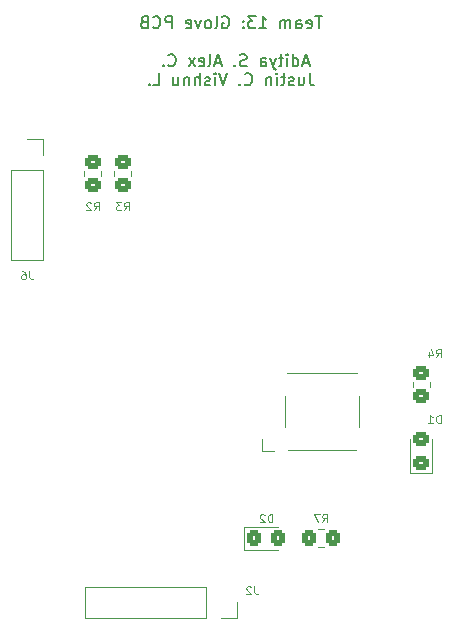
<source format=gbo>
G04 #@! TF.GenerationSoftware,KiCad,Pcbnew,7.0.10*
G04 #@! TF.CreationDate,2024-03-08T11:33:54-05:00*
G04 #@! TF.ProjectId,swipe-stack-glove,73776970-652d-4737-9461-636b2d676c6f,1*
G04 #@! TF.SameCoordinates,Original*
G04 #@! TF.FileFunction,Legend,Bot*
G04 #@! TF.FilePolarity,Positive*
%FSLAX46Y46*%
G04 Gerber Fmt 4.6, Leading zero omitted, Abs format (unit mm)*
G04 Created by KiCad (PCBNEW 7.0.10) date 2024-03-08 11:33:54*
%MOMM*%
%LPD*%
G01*
G04 APERTURE LIST*
G04 Aperture macros list*
%AMRoundRect*
0 Rectangle with rounded corners*
0 $1 Rounding radius*
0 $2 $3 $4 $5 $6 $7 $8 $9 X,Y pos of 4 corners*
0 Add a 4 corners polygon primitive as box body*
4,1,4,$2,$3,$4,$5,$6,$7,$8,$9,$2,$3,0*
0 Add four circle primitives for the rounded corners*
1,1,$1+$1,$2,$3*
1,1,$1+$1,$4,$5*
1,1,$1+$1,$6,$7*
1,1,$1+$1,$8,$9*
0 Add four rect primitives between the rounded corners*
20,1,$1+$1,$2,$3,$4,$5,0*
20,1,$1+$1,$4,$5,$6,$7,0*
20,1,$1+$1,$6,$7,$8,$9,0*
20,1,$1+$1,$8,$9,$2,$3,0*%
G04 Aperture macros list end*
%ADD10C,0.200000*%
%ADD11C,0.100000*%
%ADD12C,0.120000*%
%ADD13R,1.700000X1.700000*%
%ADD14C,2.500000*%
%ADD15O,1.700000X1.700000*%
%ADD16RoundRect,0.250000X-0.325000X-0.450000X0.325000X-0.450000X0.325000X0.450000X-0.325000X0.450000X0*%
%ADD17R,1.600000X1.400000*%
%ADD18RoundRect,0.250000X0.450000X-0.350000X0.450000X0.350000X-0.450000X0.350000X-0.450000X-0.350000X0*%
%ADD19RoundRect,0.250000X-0.450000X0.350000X-0.450000X-0.350000X0.450000X-0.350000X0.450000X0.350000X0*%
%ADD20RoundRect,0.250000X0.450000X-0.325000X0.450000X0.325000X-0.450000X0.325000X-0.450000X-0.325000X0*%
%ADD21RoundRect,0.250000X0.350000X0.450000X-0.350000X0.450000X-0.350000X-0.450000X0.350000X-0.450000X0*%
%ADD22C,0.800000*%
G04 APERTURE END LIST*
D10*
X160380476Y-74307219D02*
X159809048Y-74307219D01*
X160094762Y-75307219D02*
X160094762Y-74307219D01*
X159094762Y-75259600D02*
X159190000Y-75307219D01*
X159190000Y-75307219D02*
X159380476Y-75307219D01*
X159380476Y-75307219D02*
X159475714Y-75259600D01*
X159475714Y-75259600D02*
X159523333Y-75164361D01*
X159523333Y-75164361D02*
X159523333Y-74783409D01*
X159523333Y-74783409D02*
X159475714Y-74688171D01*
X159475714Y-74688171D02*
X159380476Y-74640552D01*
X159380476Y-74640552D02*
X159190000Y-74640552D01*
X159190000Y-74640552D02*
X159094762Y-74688171D01*
X159094762Y-74688171D02*
X159047143Y-74783409D01*
X159047143Y-74783409D02*
X159047143Y-74878647D01*
X159047143Y-74878647D02*
X159523333Y-74973885D01*
X158190000Y-75307219D02*
X158190000Y-74783409D01*
X158190000Y-74783409D02*
X158237619Y-74688171D01*
X158237619Y-74688171D02*
X158332857Y-74640552D01*
X158332857Y-74640552D02*
X158523333Y-74640552D01*
X158523333Y-74640552D02*
X158618571Y-74688171D01*
X158190000Y-75259600D02*
X158285238Y-75307219D01*
X158285238Y-75307219D02*
X158523333Y-75307219D01*
X158523333Y-75307219D02*
X158618571Y-75259600D01*
X158618571Y-75259600D02*
X158666190Y-75164361D01*
X158666190Y-75164361D02*
X158666190Y-75069123D01*
X158666190Y-75069123D02*
X158618571Y-74973885D01*
X158618571Y-74973885D02*
X158523333Y-74926266D01*
X158523333Y-74926266D02*
X158285238Y-74926266D01*
X158285238Y-74926266D02*
X158190000Y-74878647D01*
X157713809Y-75307219D02*
X157713809Y-74640552D01*
X157713809Y-74735790D02*
X157666190Y-74688171D01*
X157666190Y-74688171D02*
X157570952Y-74640552D01*
X157570952Y-74640552D02*
X157428095Y-74640552D01*
X157428095Y-74640552D02*
X157332857Y-74688171D01*
X157332857Y-74688171D02*
X157285238Y-74783409D01*
X157285238Y-74783409D02*
X157285238Y-75307219D01*
X157285238Y-74783409D02*
X157237619Y-74688171D01*
X157237619Y-74688171D02*
X157142381Y-74640552D01*
X157142381Y-74640552D02*
X156999524Y-74640552D01*
X156999524Y-74640552D02*
X156904285Y-74688171D01*
X156904285Y-74688171D02*
X156856666Y-74783409D01*
X156856666Y-74783409D02*
X156856666Y-75307219D01*
X155094762Y-75307219D02*
X155666190Y-75307219D01*
X155380476Y-75307219D02*
X155380476Y-74307219D01*
X155380476Y-74307219D02*
X155475714Y-74450076D01*
X155475714Y-74450076D02*
X155570952Y-74545314D01*
X155570952Y-74545314D02*
X155666190Y-74592933D01*
X154761428Y-74307219D02*
X154142381Y-74307219D01*
X154142381Y-74307219D02*
X154475714Y-74688171D01*
X154475714Y-74688171D02*
X154332857Y-74688171D01*
X154332857Y-74688171D02*
X154237619Y-74735790D01*
X154237619Y-74735790D02*
X154190000Y-74783409D01*
X154190000Y-74783409D02*
X154142381Y-74878647D01*
X154142381Y-74878647D02*
X154142381Y-75116742D01*
X154142381Y-75116742D02*
X154190000Y-75211980D01*
X154190000Y-75211980D02*
X154237619Y-75259600D01*
X154237619Y-75259600D02*
X154332857Y-75307219D01*
X154332857Y-75307219D02*
X154618571Y-75307219D01*
X154618571Y-75307219D02*
X154713809Y-75259600D01*
X154713809Y-75259600D02*
X154761428Y-75211980D01*
X153713809Y-75211980D02*
X153666190Y-75259600D01*
X153666190Y-75259600D02*
X153713809Y-75307219D01*
X153713809Y-75307219D02*
X153761428Y-75259600D01*
X153761428Y-75259600D02*
X153713809Y-75211980D01*
X153713809Y-75211980D02*
X153713809Y-75307219D01*
X153713809Y-74688171D02*
X153666190Y-74735790D01*
X153666190Y-74735790D02*
X153713809Y-74783409D01*
X153713809Y-74783409D02*
X153761428Y-74735790D01*
X153761428Y-74735790D02*
X153713809Y-74688171D01*
X153713809Y-74688171D02*
X153713809Y-74783409D01*
X151951905Y-74354838D02*
X152047143Y-74307219D01*
X152047143Y-74307219D02*
X152190000Y-74307219D01*
X152190000Y-74307219D02*
X152332857Y-74354838D01*
X152332857Y-74354838D02*
X152428095Y-74450076D01*
X152428095Y-74450076D02*
X152475714Y-74545314D01*
X152475714Y-74545314D02*
X152523333Y-74735790D01*
X152523333Y-74735790D02*
X152523333Y-74878647D01*
X152523333Y-74878647D02*
X152475714Y-75069123D01*
X152475714Y-75069123D02*
X152428095Y-75164361D01*
X152428095Y-75164361D02*
X152332857Y-75259600D01*
X152332857Y-75259600D02*
X152190000Y-75307219D01*
X152190000Y-75307219D02*
X152094762Y-75307219D01*
X152094762Y-75307219D02*
X151951905Y-75259600D01*
X151951905Y-75259600D02*
X151904286Y-75211980D01*
X151904286Y-75211980D02*
X151904286Y-74878647D01*
X151904286Y-74878647D02*
X152094762Y-74878647D01*
X151332857Y-75307219D02*
X151428095Y-75259600D01*
X151428095Y-75259600D02*
X151475714Y-75164361D01*
X151475714Y-75164361D02*
X151475714Y-74307219D01*
X150809047Y-75307219D02*
X150904285Y-75259600D01*
X150904285Y-75259600D02*
X150951904Y-75211980D01*
X150951904Y-75211980D02*
X150999523Y-75116742D01*
X150999523Y-75116742D02*
X150999523Y-74831028D01*
X150999523Y-74831028D02*
X150951904Y-74735790D01*
X150951904Y-74735790D02*
X150904285Y-74688171D01*
X150904285Y-74688171D02*
X150809047Y-74640552D01*
X150809047Y-74640552D02*
X150666190Y-74640552D01*
X150666190Y-74640552D02*
X150570952Y-74688171D01*
X150570952Y-74688171D02*
X150523333Y-74735790D01*
X150523333Y-74735790D02*
X150475714Y-74831028D01*
X150475714Y-74831028D02*
X150475714Y-75116742D01*
X150475714Y-75116742D02*
X150523333Y-75211980D01*
X150523333Y-75211980D02*
X150570952Y-75259600D01*
X150570952Y-75259600D02*
X150666190Y-75307219D01*
X150666190Y-75307219D02*
X150809047Y-75307219D01*
X150142380Y-74640552D02*
X149904285Y-75307219D01*
X149904285Y-75307219D02*
X149666190Y-74640552D01*
X148904285Y-75259600D02*
X148999523Y-75307219D01*
X148999523Y-75307219D02*
X149189999Y-75307219D01*
X149189999Y-75307219D02*
X149285237Y-75259600D01*
X149285237Y-75259600D02*
X149332856Y-75164361D01*
X149332856Y-75164361D02*
X149332856Y-74783409D01*
X149332856Y-74783409D02*
X149285237Y-74688171D01*
X149285237Y-74688171D02*
X149189999Y-74640552D01*
X149189999Y-74640552D02*
X148999523Y-74640552D01*
X148999523Y-74640552D02*
X148904285Y-74688171D01*
X148904285Y-74688171D02*
X148856666Y-74783409D01*
X148856666Y-74783409D02*
X148856666Y-74878647D01*
X148856666Y-74878647D02*
X149332856Y-74973885D01*
X147666189Y-75307219D02*
X147666189Y-74307219D01*
X147666189Y-74307219D02*
X147285237Y-74307219D01*
X147285237Y-74307219D02*
X147189999Y-74354838D01*
X147189999Y-74354838D02*
X147142380Y-74402457D01*
X147142380Y-74402457D02*
X147094761Y-74497695D01*
X147094761Y-74497695D02*
X147094761Y-74640552D01*
X147094761Y-74640552D02*
X147142380Y-74735790D01*
X147142380Y-74735790D02*
X147189999Y-74783409D01*
X147189999Y-74783409D02*
X147285237Y-74831028D01*
X147285237Y-74831028D02*
X147666189Y-74831028D01*
X146094761Y-75211980D02*
X146142380Y-75259600D01*
X146142380Y-75259600D02*
X146285237Y-75307219D01*
X146285237Y-75307219D02*
X146380475Y-75307219D01*
X146380475Y-75307219D02*
X146523332Y-75259600D01*
X146523332Y-75259600D02*
X146618570Y-75164361D01*
X146618570Y-75164361D02*
X146666189Y-75069123D01*
X146666189Y-75069123D02*
X146713808Y-74878647D01*
X146713808Y-74878647D02*
X146713808Y-74735790D01*
X146713808Y-74735790D02*
X146666189Y-74545314D01*
X146666189Y-74545314D02*
X146618570Y-74450076D01*
X146618570Y-74450076D02*
X146523332Y-74354838D01*
X146523332Y-74354838D02*
X146380475Y-74307219D01*
X146380475Y-74307219D02*
X146285237Y-74307219D01*
X146285237Y-74307219D02*
X146142380Y-74354838D01*
X146142380Y-74354838D02*
X146094761Y-74402457D01*
X145332856Y-74783409D02*
X145189999Y-74831028D01*
X145189999Y-74831028D02*
X145142380Y-74878647D01*
X145142380Y-74878647D02*
X145094761Y-74973885D01*
X145094761Y-74973885D02*
X145094761Y-75116742D01*
X145094761Y-75116742D02*
X145142380Y-75211980D01*
X145142380Y-75211980D02*
X145189999Y-75259600D01*
X145189999Y-75259600D02*
X145285237Y-75307219D01*
X145285237Y-75307219D02*
X145666189Y-75307219D01*
X145666189Y-75307219D02*
X145666189Y-74307219D01*
X145666189Y-74307219D02*
X145332856Y-74307219D01*
X145332856Y-74307219D02*
X145237618Y-74354838D01*
X145237618Y-74354838D02*
X145189999Y-74402457D01*
X145189999Y-74402457D02*
X145142380Y-74497695D01*
X145142380Y-74497695D02*
X145142380Y-74592933D01*
X145142380Y-74592933D02*
X145189999Y-74688171D01*
X145189999Y-74688171D02*
X145237618Y-74735790D01*
X145237618Y-74735790D02*
X145332856Y-74783409D01*
X145332856Y-74783409D02*
X145666189Y-74783409D01*
X159237619Y-78241504D02*
X158761429Y-78241504D01*
X159332857Y-78527219D02*
X158999524Y-77527219D01*
X158999524Y-77527219D02*
X158666191Y-78527219D01*
X157904286Y-78527219D02*
X157904286Y-77527219D01*
X157904286Y-78479600D02*
X157999524Y-78527219D01*
X157999524Y-78527219D02*
X158190000Y-78527219D01*
X158190000Y-78527219D02*
X158285238Y-78479600D01*
X158285238Y-78479600D02*
X158332857Y-78431980D01*
X158332857Y-78431980D02*
X158380476Y-78336742D01*
X158380476Y-78336742D02*
X158380476Y-78051028D01*
X158380476Y-78051028D02*
X158332857Y-77955790D01*
X158332857Y-77955790D02*
X158285238Y-77908171D01*
X158285238Y-77908171D02*
X158190000Y-77860552D01*
X158190000Y-77860552D02*
X157999524Y-77860552D01*
X157999524Y-77860552D02*
X157904286Y-77908171D01*
X157428095Y-78527219D02*
X157428095Y-77860552D01*
X157428095Y-77527219D02*
X157475714Y-77574838D01*
X157475714Y-77574838D02*
X157428095Y-77622457D01*
X157428095Y-77622457D02*
X157380476Y-77574838D01*
X157380476Y-77574838D02*
X157428095Y-77527219D01*
X157428095Y-77527219D02*
X157428095Y-77622457D01*
X157094762Y-77860552D02*
X156713810Y-77860552D01*
X156951905Y-77527219D02*
X156951905Y-78384361D01*
X156951905Y-78384361D02*
X156904286Y-78479600D01*
X156904286Y-78479600D02*
X156809048Y-78527219D01*
X156809048Y-78527219D02*
X156713810Y-78527219D01*
X156475714Y-77860552D02*
X156237619Y-78527219D01*
X155999524Y-77860552D02*
X156237619Y-78527219D01*
X156237619Y-78527219D02*
X156332857Y-78765314D01*
X156332857Y-78765314D02*
X156380476Y-78812933D01*
X156380476Y-78812933D02*
X156475714Y-78860552D01*
X155190000Y-78527219D02*
X155190000Y-78003409D01*
X155190000Y-78003409D02*
X155237619Y-77908171D01*
X155237619Y-77908171D02*
X155332857Y-77860552D01*
X155332857Y-77860552D02*
X155523333Y-77860552D01*
X155523333Y-77860552D02*
X155618571Y-77908171D01*
X155190000Y-78479600D02*
X155285238Y-78527219D01*
X155285238Y-78527219D02*
X155523333Y-78527219D01*
X155523333Y-78527219D02*
X155618571Y-78479600D01*
X155618571Y-78479600D02*
X155666190Y-78384361D01*
X155666190Y-78384361D02*
X155666190Y-78289123D01*
X155666190Y-78289123D02*
X155618571Y-78193885D01*
X155618571Y-78193885D02*
X155523333Y-78146266D01*
X155523333Y-78146266D02*
X155285238Y-78146266D01*
X155285238Y-78146266D02*
X155190000Y-78098647D01*
X153999523Y-78479600D02*
X153856666Y-78527219D01*
X153856666Y-78527219D02*
X153618571Y-78527219D01*
X153618571Y-78527219D02*
X153523333Y-78479600D01*
X153523333Y-78479600D02*
X153475714Y-78431980D01*
X153475714Y-78431980D02*
X153428095Y-78336742D01*
X153428095Y-78336742D02*
X153428095Y-78241504D01*
X153428095Y-78241504D02*
X153475714Y-78146266D01*
X153475714Y-78146266D02*
X153523333Y-78098647D01*
X153523333Y-78098647D02*
X153618571Y-78051028D01*
X153618571Y-78051028D02*
X153809047Y-78003409D01*
X153809047Y-78003409D02*
X153904285Y-77955790D01*
X153904285Y-77955790D02*
X153951904Y-77908171D01*
X153951904Y-77908171D02*
X153999523Y-77812933D01*
X153999523Y-77812933D02*
X153999523Y-77717695D01*
X153999523Y-77717695D02*
X153951904Y-77622457D01*
X153951904Y-77622457D02*
X153904285Y-77574838D01*
X153904285Y-77574838D02*
X153809047Y-77527219D01*
X153809047Y-77527219D02*
X153570952Y-77527219D01*
X153570952Y-77527219D02*
X153428095Y-77574838D01*
X152999523Y-78431980D02*
X152951904Y-78479600D01*
X152951904Y-78479600D02*
X152999523Y-78527219D01*
X152999523Y-78527219D02*
X153047142Y-78479600D01*
X153047142Y-78479600D02*
X152999523Y-78431980D01*
X152999523Y-78431980D02*
X152999523Y-78527219D01*
X151809047Y-78241504D02*
X151332857Y-78241504D01*
X151904285Y-78527219D02*
X151570952Y-77527219D01*
X151570952Y-77527219D02*
X151237619Y-78527219D01*
X150761428Y-78527219D02*
X150856666Y-78479600D01*
X150856666Y-78479600D02*
X150904285Y-78384361D01*
X150904285Y-78384361D02*
X150904285Y-77527219D01*
X149999523Y-78479600D02*
X150094761Y-78527219D01*
X150094761Y-78527219D02*
X150285237Y-78527219D01*
X150285237Y-78527219D02*
X150380475Y-78479600D01*
X150380475Y-78479600D02*
X150428094Y-78384361D01*
X150428094Y-78384361D02*
X150428094Y-78003409D01*
X150428094Y-78003409D02*
X150380475Y-77908171D01*
X150380475Y-77908171D02*
X150285237Y-77860552D01*
X150285237Y-77860552D02*
X150094761Y-77860552D01*
X150094761Y-77860552D02*
X149999523Y-77908171D01*
X149999523Y-77908171D02*
X149951904Y-78003409D01*
X149951904Y-78003409D02*
X149951904Y-78098647D01*
X149951904Y-78098647D02*
X150428094Y-78193885D01*
X149618570Y-78527219D02*
X149094761Y-77860552D01*
X149618570Y-77860552D02*
X149094761Y-78527219D01*
X147380475Y-78431980D02*
X147428094Y-78479600D01*
X147428094Y-78479600D02*
X147570951Y-78527219D01*
X147570951Y-78527219D02*
X147666189Y-78527219D01*
X147666189Y-78527219D02*
X147809046Y-78479600D01*
X147809046Y-78479600D02*
X147904284Y-78384361D01*
X147904284Y-78384361D02*
X147951903Y-78289123D01*
X147951903Y-78289123D02*
X147999522Y-78098647D01*
X147999522Y-78098647D02*
X147999522Y-77955790D01*
X147999522Y-77955790D02*
X147951903Y-77765314D01*
X147951903Y-77765314D02*
X147904284Y-77670076D01*
X147904284Y-77670076D02*
X147809046Y-77574838D01*
X147809046Y-77574838D02*
X147666189Y-77527219D01*
X147666189Y-77527219D02*
X147570951Y-77527219D01*
X147570951Y-77527219D02*
X147428094Y-77574838D01*
X147428094Y-77574838D02*
X147380475Y-77622457D01*
X146951903Y-78431980D02*
X146904284Y-78479600D01*
X146904284Y-78479600D02*
X146951903Y-78527219D01*
X146951903Y-78527219D02*
X146999522Y-78479600D01*
X146999522Y-78479600D02*
X146951903Y-78431980D01*
X146951903Y-78431980D02*
X146951903Y-78527219D01*
X159332857Y-79137219D02*
X159332857Y-79851504D01*
X159332857Y-79851504D02*
X159380476Y-79994361D01*
X159380476Y-79994361D02*
X159475714Y-80089600D01*
X159475714Y-80089600D02*
X159618571Y-80137219D01*
X159618571Y-80137219D02*
X159713809Y-80137219D01*
X158428095Y-79470552D02*
X158428095Y-80137219D01*
X158856666Y-79470552D02*
X158856666Y-79994361D01*
X158856666Y-79994361D02*
X158809047Y-80089600D01*
X158809047Y-80089600D02*
X158713809Y-80137219D01*
X158713809Y-80137219D02*
X158570952Y-80137219D01*
X158570952Y-80137219D02*
X158475714Y-80089600D01*
X158475714Y-80089600D02*
X158428095Y-80041980D01*
X157999523Y-80089600D02*
X157904285Y-80137219D01*
X157904285Y-80137219D02*
X157713809Y-80137219D01*
X157713809Y-80137219D02*
X157618571Y-80089600D01*
X157618571Y-80089600D02*
X157570952Y-79994361D01*
X157570952Y-79994361D02*
X157570952Y-79946742D01*
X157570952Y-79946742D02*
X157618571Y-79851504D01*
X157618571Y-79851504D02*
X157713809Y-79803885D01*
X157713809Y-79803885D02*
X157856666Y-79803885D01*
X157856666Y-79803885D02*
X157951904Y-79756266D01*
X157951904Y-79756266D02*
X157999523Y-79661028D01*
X157999523Y-79661028D02*
X157999523Y-79613409D01*
X157999523Y-79613409D02*
X157951904Y-79518171D01*
X157951904Y-79518171D02*
X157856666Y-79470552D01*
X157856666Y-79470552D02*
X157713809Y-79470552D01*
X157713809Y-79470552D02*
X157618571Y-79518171D01*
X157285237Y-79470552D02*
X156904285Y-79470552D01*
X157142380Y-79137219D02*
X157142380Y-79994361D01*
X157142380Y-79994361D02*
X157094761Y-80089600D01*
X157094761Y-80089600D02*
X156999523Y-80137219D01*
X156999523Y-80137219D02*
X156904285Y-80137219D01*
X156570951Y-80137219D02*
X156570951Y-79470552D01*
X156570951Y-79137219D02*
X156618570Y-79184838D01*
X156618570Y-79184838D02*
X156570951Y-79232457D01*
X156570951Y-79232457D02*
X156523332Y-79184838D01*
X156523332Y-79184838D02*
X156570951Y-79137219D01*
X156570951Y-79137219D02*
X156570951Y-79232457D01*
X156094761Y-79470552D02*
X156094761Y-80137219D01*
X156094761Y-79565790D02*
X156047142Y-79518171D01*
X156047142Y-79518171D02*
X155951904Y-79470552D01*
X155951904Y-79470552D02*
X155809047Y-79470552D01*
X155809047Y-79470552D02*
X155713809Y-79518171D01*
X155713809Y-79518171D02*
X155666190Y-79613409D01*
X155666190Y-79613409D02*
X155666190Y-80137219D01*
X153856666Y-80041980D02*
X153904285Y-80089600D01*
X153904285Y-80089600D02*
X154047142Y-80137219D01*
X154047142Y-80137219D02*
X154142380Y-80137219D01*
X154142380Y-80137219D02*
X154285237Y-80089600D01*
X154285237Y-80089600D02*
X154380475Y-79994361D01*
X154380475Y-79994361D02*
X154428094Y-79899123D01*
X154428094Y-79899123D02*
X154475713Y-79708647D01*
X154475713Y-79708647D02*
X154475713Y-79565790D01*
X154475713Y-79565790D02*
X154428094Y-79375314D01*
X154428094Y-79375314D02*
X154380475Y-79280076D01*
X154380475Y-79280076D02*
X154285237Y-79184838D01*
X154285237Y-79184838D02*
X154142380Y-79137219D01*
X154142380Y-79137219D02*
X154047142Y-79137219D01*
X154047142Y-79137219D02*
X153904285Y-79184838D01*
X153904285Y-79184838D02*
X153856666Y-79232457D01*
X153428094Y-80041980D02*
X153380475Y-80089600D01*
X153380475Y-80089600D02*
X153428094Y-80137219D01*
X153428094Y-80137219D02*
X153475713Y-80089600D01*
X153475713Y-80089600D02*
X153428094Y-80041980D01*
X153428094Y-80041980D02*
X153428094Y-80137219D01*
X152332856Y-79137219D02*
X151999523Y-80137219D01*
X151999523Y-80137219D02*
X151666190Y-79137219D01*
X151332856Y-80137219D02*
X151332856Y-79470552D01*
X151332856Y-79137219D02*
X151380475Y-79184838D01*
X151380475Y-79184838D02*
X151332856Y-79232457D01*
X151332856Y-79232457D02*
X151285237Y-79184838D01*
X151285237Y-79184838D02*
X151332856Y-79137219D01*
X151332856Y-79137219D02*
X151332856Y-79232457D01*
X150904285Y-80089600D02*
X150809047Y-80137219D01*
X150809047Y-80137219D02*
X150618571Y-80137219D01*
X150618571Y-80137219D02*
X150523333Y-80089600D01*
X150523333Y-80089600D02*
X150475714Y-79994361D01*
X150475714Y-79994361D02*
X150475714Y-79946742D01*
X150475714Y-79946742D02*
X150523333Y-79851504D01*
X150523333Y-79851504D02*
X150618571Y-79803885D01*
X150618571Y-79803885D02*
X150761428Y-79803885D01*
X150761428Y-79803885D02*
X150856666Y-79756266D01*
X150856666Y-79756266D02*
X150904285Y-79661028D01*
X150904285Y-79661028D02*
X150904285Y-79613409D01*
X150904285Y-79613409D02*
X150856666Y-79518171D01*
X150856666Y-79518171D02*
X150761428Y-79470552D01*
X150761428Y-79470552D02*
X150618571Y-79470552D01*
X150618571Y-79470552D02*
X150523333Y-79518171D01*
X150047142Y-80137219D02*
X150047142Y-79137219D01*
X149618571Y-80137219D02*
X149618571Y-79613409D01*
X149618571Y-79613409D02*
X149666190Y-79518171D01*
X149666190Y-79518171D02*
X149761428Y-79470552D01*
X149761428Y-79470552D02*
X149904285Y-79470552D01*
X149904285Y-79470552D02*
X149999523Y-79518171D01*
X149999523Y-79518171D02*
X150047142Y-79565790D01*
X149142380Y-79470552D02*
X149142380Y-80137219D01*
X149142380Y-79565790D02*
X149094761Y-79518171D01*
X149094761Y-79518171D02*
X148999523Y-79470552D01*
X148999523Y-79470552D02*
X148856666Y-79470552D01*
X148856666Y-79470552D02*
X148761428Y-79518171D01*
X148761428Y-79518171D02*
X148713809Y-79613409D01*
X148713809Y-79613409D02*
X148713809Y-80137219D01*
X147809047Y-79470552D02*
X147809047Y-80137219D01*
X148237618Y-79470552D02*
X148237618Y-79994361D01*
X148237618Y-79994361D02*
X148189999Y-80089600D01*
X148189999Y-80089600D02*
X148094761Y-80137219D01*
X148094761Y-80137219D02*
X147951904Y-80137219D01*
X147951904Y-80137219D02*
X147856666Y-80089600D01*
X147856666Y-80089600D02*
X147809047Y-80041980D01*
X146094761Y-80137219D02*
X146570951Y-80137219D01*
X146570951Y-80137219D02*
X146570951Y-79137219D01*
X145761427Y-80041980D02*
X145713808Y-80089600D01*
X145713808Y-80089600D02*
X145761427Y-80137219D01*
X145761427Y-80137219D02*
X145809046Y-80089600D01*
X145809046Y-80089600D02*
X145761427Y-80041980D01*
X145761427Y-80041980D02*
X145761427Y-80137219D01*
D11*
X154665333Y-122554633D02*
X154665333Y-123054633D01*
X154665333Y-123054633D02*
X154698666Y-123154633D01*
X154698666Y-123154633D02*
X154765333Y-123221300D01*
X154765333Y-123221300D02*
X154865333Y-123254633D01*
X154865333Y-123254633D02*
X154932000Y-123254633D01*
X154365333Y-122621300D02*
X154332000Y-122587966D01*
X154332000Y-122587966D02*
X154265333Y-122554633D01*
X154265333Y-122554633D02*
X154098667Y-122554633D01*
X154098667Y-122554633D02*
X154032000Y-122587966D01*
X154032000Y-122587966D02*
X153998667Y-122621300D01*
X153998667Y-122621300D02*
X153965333Y-122687966D01*
X153965333Y-122687966D02*
X153965333Y-122754633D01*
X153965333Y-122754633D02*
X153998667Y-122854633D01*
X153998667Y-122854633D02*
X154398667Y-123254633D01*
X154398667Y-123254633D02*
X153965333Y-123254633D01*
X156199166Y-117158633D02*
X156199166Y-116458633D01*
X156199166Y-116458633D02*
X156032499Y-116458633D01*
X156032499Y-116458633D02*
X155932499Y-116491966D01*
X155932499Y-116491966D02*
X155865833Y-116558633D01*
X155865833Y-116558633D02*
X155832499Y-116625300D01*
X155832499Y-116625300D02*
X155799166Y-116758633D01*
X155799166Y-116758633D02*
X155799166Y-116858633D01*
X155799166Y-116858633D02*
X155832499Y-116991966D01*
X155832499Y-116991966D02*
X155865833Y-117058633D01*
X155865833Y-117058633D02*
X155932499Y-117125300D01*
X155932499Y-117125300D02*
X156032499Y-117158633D01*
X156032499Y-117158633D02*
X156199166Y-117158633D01*
X155532499Y-116525300D02*
X155499166Y-116491966D01*
X155499166Y-116491966D02*
X155432499Y-116458633D01*
X155432499Y-116458633D02*
X155265833Y-116458633D01*
X155265833Y-116458633D02*
X155199166Y-116491966D01*
X155199166Y-116491966D02*
X155165833Y-116525300D01*
X155165833Y-116525300D02*
X155132499Y-116591966D01*
X155132499Y-116591966D02*
X155132499Y-116658633D01*
X155132499Y-116658633D02*
X155165833Y-116758633D01*
X155165833Y-116758633D02*
X155565833Y-117158633D01*
X155565833Y-117158633D02*
X155132499Y-117158633D01*
X141086666Y-90742633D02*
X141319999Y-90409300D01*
X141486666Y-90742633D02*
X141486666Y-90042633D01*
X141486666Y-90042633D02*
X141219999Y-90042633D01*
X141219999Y-90042633D02*
X141153333Y-90075966D01*
X141153333Y-90075966D02*
X141119999Y-90109300D01*
X141119999Y-90109300D02*
X141086666Y-90175966D01*
X141086666Y-90175966D02*
X141086666Y-90275966D01*
X141086666Y-90275966D02*
X141119999Y-90342633D01*
X141119999Y-90342633D02*
X141153333Y-90375966D01*
X141153333Y-90375966D02*
X141219999Y-90409300D01*
X141219999Y-90409300D02*
X141486666Y-90409300D01*
X140819999Y-90109300D02*
X140786666Y-90075966D01*
X140786666Y-90075966D02*
X140719999Y-90042633D01*
X140719999Y-90042633D02*
X140553333Y-90042633D01*
X140553333Y-90042633D02*
X140486666Y-90075966D01*
X140486666Y-90075966D02*
X140453333Y-90109300D01*
X140453333Y-90109300D02*
X140419999Y-90175966D01*
X140419999Y-90175966D02*
X140419999Y-90242633D01*
X140419999Y-90242633D02*
X140453333Y-90342633D01*
X140453333Y-90342633D02*
X140853333Y-90742633D01*
X140853333Y-90742633D02*
X140419999Y-90742633D01*
X170042666Y-103188633D02*
X170275999Y-102855300D01*
X170442666Y-103188633D02*
X170442666Y-102488633D01*
X170442666Y-102488633D02*
X170175999Y-102488633D01*
X170175999Y-102488633D02*
X170109333Y-102521966D01*
X170109333Y-102521966D02*
X170075999Y-102555300D01*
X170075999Y-102555300D02*
X170042666Y-102621966D01*
X170042666Y-102621966D02*
X170042666Y-102721966D01*
X170042666Y-102721966D02*
X170075999Y-102788633D01*
X170075999Y-102788633D02*
X170109333Y-102821966D01*
X170109333Y-102821966D02*
X170175999Y-102855300D01*
X170175999Y-102855300D02*
X170442666Y-102855300D01*
X169442666Y-102721966D02*
X169442666Y-103188633D01*
X169609333Y-102455300D02*
X169775999Y-102955300D01*
X169775999Y-102955300D02*
X169342666Y-102955300D01*
X143626666Y-90742633D02*
X143859999Y-90409300D01*
X144026666Y-90742633D02*
X144026666Y-90042633D01*
X144026666Y-90042633D02*
X143759999Y-90042633D01*
X143759999Y-90042633D02*
X143693333Y-90075966D01*
X143693333Y-90075966D02*
X143659999Y-90109300D01*
X143659999Y-90109300D02*
X143626666Y-90175966D01*
X143626666Y-90175966D02*
X143626666Y-90275966D01*
X143626666Y-90275966D02*
X143659999Y-90342633D01*
X143659999Y-90342633D02*
X143693333Y-90375966D01*
X143693333Y-90375966D02*
X143759999Y-90409300D01*
X143759999Y-90409300D02*
X144026666Y-90409300D01*
X143393333Y-90042633D02*
X142959999Y-90042633D01*
X142959999Y-90042633D02*
X143193333Y-90309300D01*
X143193333Y-90309300D02*
X143093333Y-90309300D01*
X143093333Y-90309300D02*
X143026666Y-90342633D01*
X143026666Y-90342633D02*
X142993333Y-90375966D01*
X142993333Y-90375966D02*
X142959999Y-90442633D01*
X142959999Y-90442633D02*
X142959999Y-90609300D01*
X142959999Y-90609300D02*
X142993333Y-90675966D01*
X142993333Y-90675966D02*
X143026666Y-90709300D01*
X143026666Y-90709300D02*
X143093333Y-90742633D01*
X143093333Y-90742633D02*
X143293333Y-90742633D01*
X143293333Y-90742633D02*
X143359999Y-90709300D01*
X143359999Y-90709300D02*
X143393333Y-90675966D01*
X170442666Y-108776633D02*
X170442666Y-108076633D01*
X170442666Y-108076633D02*
X170275999Y-108076633D01*
X170275999Y-108076633D02*
X170175999Y-108109966D01*
X170175999Y-108109966D02*
X170109333Y-108176633D01*
X170109333Y-108176633D02*
X170075999Y-108243300D01*
X170075999Y-108243300D02*
X170042666Y-108376633D01*
X170042666Y-108376633D02*
X170042666Y-108476633D01*
X170042666Y-108476633D02*
X170075999Y-108609966D01*
X170075999Y-108609966D02*
X170109333Y-108676633D01*
X170109333Y-108676633D02*
X170175999Y-108743300D01*
X170175999Y-108743300D02*
X170275999Y-108776633D01*
X170275999Y-108776633D02*
X170442666Y-108776633D01*
X169375999Y-108776633D02*
X169775999Y-108776633D01*
X169575999Y-108776633D02*
X169575999Y-108076633D01*
X169575999Y-108076633D02*
X169642666Y-108176633D01*
X169642666Y-108176633D02*
X169709333Y-108243300D01*
X169709333Y-108243300D02*
X169775999Y-108276633D01*
X135615333Y-95884633D02*
X135615333Y-96384633D01*
X135615333Y-96384633D02*
X135648666Y-96484633D01*
X135648666Y-96484633D02*
X135715333Y-96551300D01*
X135715333Y-96551300D02*
X135815333Y-96584633D01*
X135815333Y-96584633D02*
X135882000Y-96584633D01*
X134982000Y-95884633D02*
X135115333Y-95884633D01*
X135115333Y-95884633D02*
X135182000Y-95917966D01*
X135182000Y-95917966D02*
X135215333Y-95951300D01*
X135215333Y-95951300D02*
X135282000Y-96051300D01*
X135282000Y-96051300D02*
X135315333Y-96184633D01*
X135315333Y-96184633D02*
X135315333Y-96451300D01*
X135315333Y-96451300D02*
X135282000Y-96517966D01*
X135282000Y-96517966D02*
X135248667Y-96551300D01*
X135248667Y-96551300D02*
X135182000Y-96584633D01*
X135182000Y-96584633D02*
X135048667Y-96584633D01*
X135048667Y-96584633D02*
X134982000Y-96551300D01*
X134982000Y-96551300D02*
X134948667Y-96517966D01*
X134948667Y-96517966D02*
X134915333Y-96451300D01*
X134915333Y-96451300D02*
X134915333Y-96284633D01*
X134915333Y-96284633D02*
X134948667Y-96217966D01*
X134948667Y-96217966D02*
X134982000Y-96184633D01*
X134982000Y-96184633D02*
X135048667Y-96151300D01*
X135048667Y-96151300D02*
X135182000Y-96151300D01*
X135182000Y-96151300D02*
X135248667Y-96184633D01*
X135248667Y-96184633D02*
X135282000Y-96217966D01*
X135282000Y-96217966D02*
X135315333Y-96284633D01*
X160416666Y-117148633D02*
X160649999Y-116815300D01*
X160816666Y-117148633D02*
X160816666Y-116448633D01*
X160816666Y-116448633D02*
X160549999Y-116448633D01*
X160549999Y-116448633D02*
X160483333Y-116481966D01*
X160483333Y-116481966D02*
X160449999Y-116515300D01*
X160449999Y-116515300D02*
X160416666Y-116581966D01*
X160416666Y-116581966D02*
X160416666Y-116681966D01*
X160416666Y-116681966D02*
X160449999Y-116748633D01*
X160449999Y-116748633D02*
X160483333Y-116781966D01*
X160483333Y-116781966D02*
X160549999Y-116815300D01*
X160549999Y-116815300D02*
X160816666Y-116815300D01*
X160183333Y-116448633D02*
X159716666Y-116448633D01*
X159716666Y-116448633D02*
X160016666Y-117148633D01*
D12*
X140340000Y-125270000D02*
X140340000Y-122610000D01*
X150560000Y-125270000D02*
X140340000Y-125270000D01*
X150560000Y-125270000D02*
X150560000Y-122610000D01*
X151830000Y-125270000D02*
X153160000Y-125270000D01*
X153160000Y-125270000D02*
X153160000Y-123940000D01*
X150560000Y-122610000D02*
X140340000Y-122610000D01*
X153815000Y-117540000D02*
X156675000Y-117540000D01*
X153815000Y-119460000D02*
X153815000Y-117540000D01*
X156675000Y-119460000D02*
X153815000Y-119460000D01*
X155292500Y-110080000D02*
X155292500Y-111080000D01*
X155292500Y-111080000D02*
X156292500Y-111080000D01*
X157292500Y-109080000D02*
X157292500Y-106480000D01*
X163292500Y-111030000D02*
X157492500Y-111030000D01*
X163392500Y-104530000D02*
X157392500Y-104530000D01*
X163492500Y-109080000D02*
X163492500Y-106480000D01*
X140235000Y-87857064D02*
X140235000Y-87402936D01*
X141705000Y-87857064D02*
X141705000Y-87402936D01*
X169525000Y-105242936D02*
X169525000Y-105697064D01*
X168055000Y-105242936D02*
X168055000Y-105697064D01*
X142775000Y-87857064D02*
X142775000Y-87402936D01*
X144245000Y-87857064D02*
X144245000Y-87402936D01*
X167820000Y-112997500D02*
X167820000Y-110137500D01*
X169740000Y-112997500D02*
X167820000Y-112997500D01*
X169740000Y-110137500D02*
X169740000Y-112997500D01*
X136760000Y-94970000D02*
X134100000Y-94970000D01*
X136760000Y-87290000D02*
X136760000Y-94970000D01*
X136760000Y-87290000D02*
X134100000Y-87290000D01*
X136760000Y-86020000D02*
X136760000Y-84690000D01*
X136760000Y-84690000D02*
X135430000Y-84690000D01*
X134100000Y-87290000D02*
X134100000Y-94970000D01*
X160527064Y-119215000D02*
X160072936Y-119215000D01*
X160527064Y-117745000D02*
X160072936Y-117745000D01*
%LPC*%
D13*
X135650000Y-112620000D03*
X167730000Y-117750000D03*
D14*
X136400000Y-75910000D03*
X167880000Y-122660000D03*
X167850000Y-75920000D03*
X136410000Y-122670000D03*
D13*
X135450000Y-81040000D03*
X151830000Y-123940000D03*
D15*
X149290000Y-123940000D03*
X146750000Y-123940000D03*
X144210000Y-123940000D03*
X141670000Y-123940000D03*
D16*
X154650000Y-118500000D03*
X156700000Y-118500000D03*
D17*
X156392500Y-110030000D03*
X164392500Y-110030000D03*
X156392500Y-105530000D03*
X164392500Y-105530000D03*
D18*
X140970000Y-88630000D03*
X140970000Y-86630000D03*
D19*
X168790000Y-104470000D03*
X168790000Y-106470000D03*
D18*
X143510000Y-88630000D03*
X143510000Y-86630000D03*
D20*
X168780000Y-112162500D03*
X168780000Y-110112500D03*
D13*
X135430000Y-86020000D03*
D15*
X135430000Y-88560000D03*
X135430000Y-91100000D03*
X135430000Y-93640000D03*
D21*
X161300000Y-118480000D03*
X159300000Y-118480000D03*
D22*
X143354506Y-101837657D03*
X139470000Y-88700000D03*
X139446000Y-96774000D03*
X139450000Y-92460000D03*
X163310000Y-90410000D03*
X169920000Y-89320000D03*
X151590000Y-119040000D03*
X168800000Y-114320000D03*
X166700000Y-114740000D03*
X137980000Y-96950000D03*
X160022347Y-93777653D03*
X138640000Y-119080000D03*
X151410000Y-114850000D03*
X163420000Y-124260000D03*
X163710000Y-87090000D03*
X137990000Y-104980000D03*
X159560000Y-112650000D03*
X146190000Y-97120000D03*
X141030000Y-97780000D03*
X169180000Y-84250000D03*
X142260000Y-110250000D03*
X165100000Y-89270000D03*
X167160000Y-89570000D03*
X160138202Y-102540000D03*
X137820000Y-95520000D03*
X155525000Y-94565000D03*
X152288000Y-93539624D03*
X141580000Y-76240000D03*
X152686724Y-92623276D03*
X142220000Y-77970000D03*
X163576000Y-76962000D03*
X163576000Y-74422000D03*
X143748597Y-104124597D03*
X154069009Y-92781395D03*
X152880000Y-114730000D03*
X164375000Y-116355000D03*
X154250000Y-89510000D03*
X154220000Y-91720000D03*
%LPD*%
M02*

</source>
